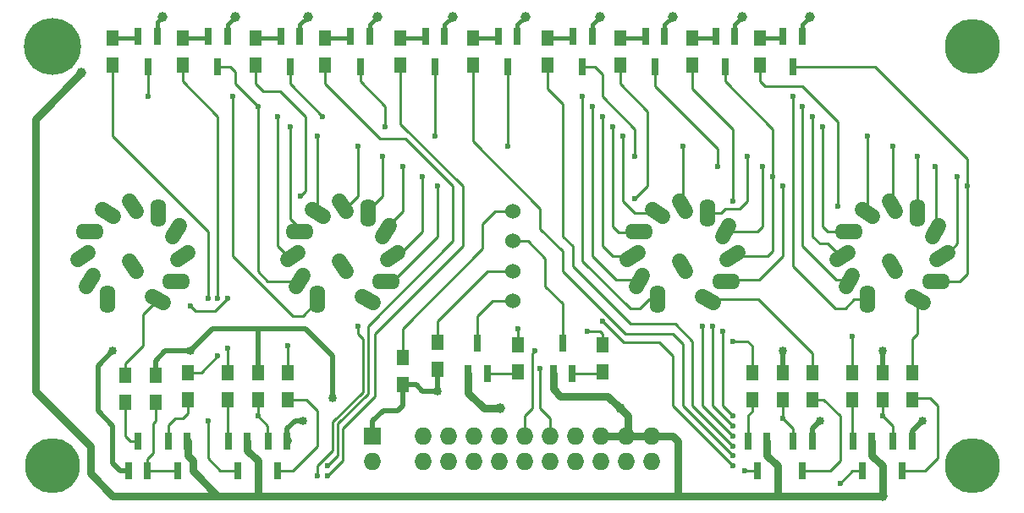
<source format=gbr>
G04 #@! TF.FileFunction,Copper,L1,Top,Signal*
%FSLAX46Y46*%
G04 Gerber Fmt 4.6, Leading zero omitted, Abs format (unit mm)*
G04 Created by KiCad (PCBNEW 4.0.2-stable) date 9/20/2016 8:44:40 PM*
%MOMM*%
G01*
G04 APERTURE LIST*
%ADD10C,0.100000*%
%ADD11C,1.550000*%
%ADD12O,1.550000X2.800000*%
%ADD13O,2.800000X1.550000*%
%ADD14C,5.500000*%
%ADD15C,5.700000*%
%ADD16R,1.300000X1.500000*%
%ADD17R,0.800100X1.800860*%
%ADD18C,1.524000*%
%ADD19R,1.727200X1.727200*%
%ADD20O,1.727200X1.727200*%
%ADD21C,0.600000*%
%ADD22C,1.000000*%
%ADD23C,0.850000*%
%ADD24C,0.250000*%
%ADD25C,0.750000*%
%ADD26C,0.400000*%
%ADD27C,0.500000*%
G04 APERTURE END LIST*
D10*
D11*
X145312500Y-88541266D02*
X144687500Y-87458734D01*
D12*
X142500000Y-91330127D03*
D11*
X146958734Y-91017627D02*
X148041266Y-91642627D01*
D13*
X149330127Y-89500000D03*
D11*
X149458734Y-87312500D02*
X150541266Y-86687500D01*
X149017627Y-85041266D02*
X149642627Y-83958734D01*
D12*
X147500000Y-82669873D03*
D11*
X145312500Y-82541266D02*
X144687500Y-81458734D01*
X143041266Y-82982373D02*
X141958734Y-82357373D01*
D13*
X140669873Y-84500000D03*
D11*
X140541266Y-86687500D02*
X139458734Y-87312500D01*
X140982373Y-88958734D02*
X140357373Y-90041266D01*
X90312500Y-88541266D02*
X89687500Y-87458734D01*
D12*
X87500000Y-91330127D03*
D11*
X91958734Y-91017627D02*
X93041266Y-91642627D01*
D13*
X94330127Y-89500000D03*
D11*
X94458734Y-87312500D02*
X95541266Y-86687500D01*
X94017627Y-85041266D02*
X94642627Y-83958734D01*
D12*
X92500000Y-82669873D03*
D11*
X90312500Y-82541266D02*
X89687500Y-81458734D01*
X88041266Y-82982373D02*
X86958734Y-82357373D01*
D13*
X85669873Y-84500000D03*
D11*
X85541266Y-86687500D02*
X84458734Y-87312500D01*
X85982373Y-88958734D02*
X85357373Y-90041266D01*
X166312500Y-88541266D02*
X165687500Y-87458734D01*
D12*
X163500000Y-91330127D03*
D11*
X167958734Y-91017627D02*
X169041266Y-91642627D01*
D13*
X170330127Y-89500000D03*
D11*
X170458734Y-87312500D02*
X171541266Y-86687500D01*
X170017627Y-85041266D02*
X170642627Y-83958734D01*
D12*
X168500000Y-82669873D03*
D11*
X166312500Y-82541266D02*
X165687500Y-81458734D01*
X164041266Y-82982373D02*
X162958734Y-82357373D01*
D13*
X161669873Y-84500000D03*
D11*
X161541266Y-86687500D02*
X160458734Y-87312500D01*
X161982373Y-88958734D02*
X161357373Y-90041266D01*
D14*
X82000000Y-108000000D03*
X174000000Y-108000000D03*
X174000000Y-66000000D03*
D15*
X82000000Y-66000000D03*
D16*
X146000000Y-65150000D03*
X146000000Y-67850000D03*
X109250000Y-65150000D03*
X109250000Y-67850000D03*
X138750000Y-65150000D03*
X138750000Y-67850000D03*
X102250000Y-65150000D03*
X102250000Y-67850000D03*
X131500000Y-65150000D03*
X131500000Y-67850000D03*
X95000000Y-65150000D03*
X95000000Y-67850000D03*
X124000000Y-65150000D03*
X124000000Y-67850000D03*
X88000000Y-65150000D03*
X88000000Y-67850000D03*
X116750000Y-65150000D03*
X116750000Y-67850000D03*
X152750000Y-65150000D03*
X152750000Y-67850000D03*
X137000000Y-98600000D03*
X137000000Y-95900000D03*
X128500000Y-98600000D03*
X128500000Y-95900000D03*
X120500000Y-95650000D03*
X120500000Y-98350000D03*
X117000000Y-97150000D03*
X117000000Y-99850000D03*
X105500000Y-101350000D03*
X105500000Y-98650000D03*
X168000000Y-101350000D03*
X168000000Y-98650000D03*
X102500000Y-101350000D03*
X102500000Y-98650000D03*
X165000000Y-101350000D03*
X165000000Y-98650000D03*
X99500000Y-98650000D03*
X99500000Y-101350000D03*
X162000000Y-98650000D03*
X162000000Y-101350000D03*
X158000000Y-101350000D03*
X158000000Y-98650000D03*
X89250000Y-101600000D03*
X89250000Y-98900000D03*
X155000000Y-101350000D03*
X155000000Y-98650000D03*
X92250000Y-101600000D03*
X92250000Y-98900000D03*
X152000000Y-98650000D03*
X152000000Y-101350000D03*
X95500000Y-98650000D03*
X95500000Y-101350000D03*
D17*
X150200000Y-64998860D03*
X148300000Y-64998860D03*
X149250000Y-68001140D03*
X113700000Y-64998860D03*
X111800000Y-64998860D03*
X112750000Y-68001140D03*
X143200000Y-64998860D03*
X141300000Y-64998860D03*
X142250000Y-68001140D03*
X106700000Y-64998860D03*
X104800000Y-64998860D03*
X105750000Y-68001140D03*
X135950000Y-64998860D03*
X134050000Y-64998860D03*
X135000000Y-68001140D03*
X99450000Y-64998860D03*
X97550000Y-64998860D03*
X98500000Y-68001140D03*
X128450000Y-64998860D03*
X126550000Y-64998860D03*
X127500000Y-68001140D03*
X92450000Y-64998860D03*
X90550000Y-64998860D03*
X91500000Y-68001140D03*
X121200000Y-64998860D03*
X119300000Y-64998860D03*
X120250000Y-68001140D03*
X132050000Y-98751140D03*
X133950000Y-98751140D03*
X133000000Y-95748860D03*
X123550000Y-98751140D03*
X125450000Y-98751140D03*
X124500000Y-95748860D03*
X105450000Y-105498860D03*
X103550000Y-105498860D03*
X104500000Y-108501140D03*
X167950000Y-105498860D03*
X166050000Y-105498860D03*
X167000000Y-108501140D03*
X101450000Y-105498860D03*
X99550000Y-105498860D03*
X100500000Y-108501140D03*
X163950000Y-105498860D03*
X162050000Y-105498860D03*
X163000000Y-108501140D03*
X157950000Y-105498860D03*
X156050000Y-105498860D03*
X157000000Y-108501140D03*
X89550000Y-108501140D03*
X91450000Y-108501140D03*
X90500000Y-105498860D03*
X153450000Y-105498860D03*
X151550000Y-105498860D03*
X152500000Y-108501140D03*
X95450000Y-105498860D03*
X93550000Y-105498860D03*
X94500000Y-108501140D03*
D18*
X128000000Y-88500000D03*
X128000000Y-91500000D03*
X128000000Y-82500000D03*
X128000000Y-85500000D03*
D17*
X156950000Y-64998860D03*
X155050000Y-64998860D03*
X156000000Y-68001140D03*
D11*
X111312500Y-88541266D02*
X110687500Y-87458734D01*
D12*
X108500000Y-91330127D03*
D11*
X112958734Y-91017627D02*
X114041266Y-91642627D01*
D13*
X115330127Y-89500000D03*
D11*
X115458734Y-87312500D02*
X116541266Y-86687500D01*
X115017627Y-85041266D02*
X115642627Y-83958734D01*
D12*
X113500000Y-82669873D03*
D11*
X111312500Y-82541266D02*
X110687500Y-81458734D01*
X109041266Y-82982373D02*
X107958734Y-82357373D01*
D13*
X106669873Y-84500000D03*
D11*
X106541266Y-86687500D02*
X105458734Y-87312500D01*
X106982373Y-88958734D02*
X106357373Y-90041266D01*
D19*
X114000000Y-105000000D03*
D20*
X114000000Y-107540000D03*
X119080000Y-105000000D03*
X119080000Y-107540000D03*
X121620000Y-105000000D03*
X121620000Y-107540000D03*
X124160000Y-105000000D03*
X124160000Y-107540000D03*
X126700000Y-105000000D03*
X126700000Y-107540000D03*
X129240000Y-105000000D03*
X129240000Y-107540000D03*
X131780000Y-105000000D03*
X131780000Y-107540000D03*
X134320000Y-105000000D03*
X134320000Y-107540000D03*
X136860000Y-105000000D03*
X136860000Y-107540000D03*
X139400000Y-105000000D03*
X139400000Y-107540000D03*
X141940000Y-105000000D03*
X141940000Y-107540000D03*
D21*
X120500000Y-80000000D03*
X155000000Y-80000000D03*
X173500000Y-80000000D03*
X119000000Y-79000000D03*
X154000000Y-79000000D03*
X172500000Y-79000000D03*
X117000000Y-78000000D03*
X148500000Y-78000000D03*
X153000000Y-78000000D03*
X170250000Y-78000000D03*
X115000000Y-77000000D03*
X140250000Y-77000000D03*
X151500000Y-77000000D03*
X168500000Y-77000000D03*
X112500000Y-76000000D03*
X127500000Y-76000000D03*
X145000000Y-76000000D03*
X166000000Y-76000000D03*
X108500000Y-75000000D03*
X120250000Y-75000000D03*
X139000000Y-75000000D03*
X163500000Y-75000000D03*
X105750000Y-74000000D03*
X115250000Y-74000000D03*
X138000000Y-74000000D03*
X159000000Y-74000000D03*
X104500000Y-73000000D03*
X109000000Y-73000000D03*
X137000000Y-73000000D03*
X158000000Y-73000000D03*
X102500000Y-72000000D03*
X136000000Y-72000000D03*
X157000000Y-72000000D03*
X91500000Y-71000000D03*
X100000000Y-71000000D03*
X135000000Y-71000000D03*
X156000000Y-71000000D03*
X160500000Y-82000000D03*
X150000000Y-103000000D03*
X149000000Y-94500000D03*
X97500000Y-91250000D03*
X98500000Y-91250000D03*
X99500000Y-91250000D03*
X95750000Y-92000000D03*
X106750000Y-81000000D03*
X98500000Y-97000000D03*
X109500000Y-108000000D03*
X99500000Y-96250000D03*
X109500000Y-109000000D03*
X130250000Y-96500000D03*
X150000000Y-95500000D03*
X150000000Y-107000000D03*
X130750000Y-98250000D03*
X162000000Y-95000000D03*
X150000000Y-106000000D03*
X150000000Y-105000000D03*
X147000000Y-94000000D03*
X140250000Y-81250000D03*
D22*
X138750000Y-102250000D03*
X126750000Y-102250000D03*
X84875000Y-68625000D03*
X165000000Y-111000000D03*
X93000000Y-63000000D03*
X114500000Y-63000000D03*
X122000000Y-63000000D03*
X129250000Y-63000000D03*
X136750000Y-63000000D03*
X144000000Y-63000000D03*
X151000000Y-63000000D03*
X157750000Y-63000000D03*
X100250000Y-63000000D03*
X107500000Y-63000000D03*
D21*
X150000000Y-104000000D03*
X150000000Y-81500000D03*
X148000000Y-94000000D03*
X150000000Y-108000000D03*
X137000000Y-93500000D03*
X128500000Y-94250000D03*
X135500000Y-94500000D03*
X112500000Y-94000000D03*
X108500000Y-109000000D03*
X151250000Y-108500000D03*
X155000000Y-103250000D03*
X160750000Y-109750000D03*
X165000000Y-103000000D03*
X102500000Y-103000000D03*
X97500000Y-103500000D03*
D23*
X110000000Y-101250000D03*
X88000000Y-96500000D03*
X95750000Y-96500000D03*
X120500000Y-100500000D03*
X158750000Y-103500000D03*
X169000000Y-103500000D03*
X165000000Y-96500000D03*
X155000000Y-96500000D03*
X107000000Y-103500000D03*
D21*
X105500000Y-96000000D03*
D24*
X117000000Y-97150000D02*
X117000000Y-94250000D01*
X126250000Y-82500000D02*
X128000000Y-82500000D01*
X125000000Y-83750000D02*
X126250000Y-82500000D01*
X125000000Y-86250000D02*
X125000000Y-83750000D01*
X117000000Y-94250000D02*
X125000000Y-86250000D01*
X128000000Y-85500000D02*
X129500000Y-85500000D01*
X133000000Y-91750000D02*
X131250000Y-90000000D01*
X131250000Y-90000000D02*
X131250000Y-88750000D01*
X133000000Y-91750000D02*
X133000000Y-95748860D01*
X131250000Y-87250000D02*
X131250000Y-88750000D01*
X129500000Y-85500000D02*
X131250000Y-87250000D01*
X120500000Y-95650000D02*
X120500000Y-93500000D01*
X125500000Y-88500000D02*
X128000000Y-88500000D01*
X120500000Y-93500000D02*
X125500000Y-88500000D01*
X124500000Y-95748860D02*
X124500000Y-93000000D01*
X126000000Y-91500000D02*
X128000000Y-91500000D01*
X124500000Y-93000000D02*
X126000000Y-91500000D01*
X120500000Y-85000000D02*
X120500000Y-80000000D01*
X156000000Y-68001140D02*
X164251140Y-68001140D01*
X173500000Y-77250000D02*
X173500000Y-80000000D01*
X164251140Y-68001140D02*
X173500000Y-77250000D01*
X170330127Y-89500000D02*
X172750000Y-89500000D01*
X173500000Y-88750000D02*
X173500000Y-80000000D01*
X172750000Y-89500000D02*
X173500000Y-88750000D01*
X115330127Y-89500000D02*
X116000000Y-89500000D01*
X116000000Y-89500000D02*
X120500000Y-85000000D01*
X155000000Y-80000000D02*
X155000000Y-87000000D01*
X152625000Y-89375000D02*
X155000000Y-87000000D01*
X152625000Y-89375000D02*
X149113621Y-89375000D01*
X119000000Y-84500000D02*
X119000000Y-79000000D01*
X119000000Y-84500000D02*
X116500000Y-87000000D01*
X149250000Y-68001140D02*
X149250000Y-69500000D01*
X154000000Y-74250000D02*
X154000000Y-79000000D01*
X149250000Y-69500000D02*
X154000000Y-74250000D01*
X154000000Y-79000000D02*
X154000000Y-86500000D01*
X153500000Y-87000000D02*
X154000000Y-86500000D01*
X153500000Y-87000000D02*
X149750000Y-87000000D01*
X172500000Y-79000000D02*
X172500000Y-85750000D01*
X171000000Y-87000000D02*
X171250000Y-87000000D01*
X171250000Y-87000000D02*
X172500000Y-85750000D01*
X116000000Y-87000000D02*
X116500000Y-87000000D01*
X115750000Y-87000000D02*
X115750000Y-86750000D01*
X117000000Y-78000000D02*
X117000000Y-82500000D01*
X117000000Y-82500000D02*
X115330127Y-84169873D01*
X142250000Y-68001140D02*
X142250000Y-70000000D01*
X148500000Y-76250000D02*
X148500000Y-78000000D01*
X142250000Y-70000000D02*
X148500000Y-76250000D01*
X153000000Y-78000000D02*
X153000000Y-84000000D01*
X152500000Y-84500000D02*
X153000000Y-84000000D01*
X152500000Y-84500000D02*
X149330127Y-84500000D01*
X170330127Y-78080127D02*
X170330127Y-84500000D01*
X170250000Y-78000000D02*
X170330127Y-78080127D01*
X115330127Y-84500000D02*
X115330127Y-84169873D01*
X115000000Y-77000000D02*
X115000000Y-81000000D01*
X115000000Y-81000000D02*
X113375000Y-82625000D01*
X137000000Y-71000000D02*
X140250000Y-74250000D01*
X136251140Y-68001140D02*
X137000000Y-68750000D01*
X137000000Y-68750000D02*
X137000000Y-71000000D01*
X135000000Y-68001140D02*
X136251140Y-68001140D01*
X140250000Y-74250000D02*
X140250000Y-77000000D01*
X151500000Y-77000000D02*
X151500000Y-81500000D01*
X148830127Y-82669873D02*
X149250000Y-82250000D01*
X149250000Y-82250000D02*
X150750000Y-82250000D01*
X150750000Y-82250000D02*
X151500000Y-81500000D01*
X148830127Y-82669873D02*
X147500000Y-82669873D01*
X168500000Y-77000000D02*
X168500000Y-82669873D01*
X113375000Y-82886379D02*
X113375000Y-82625000D01*
X112500000Y-76000000D02*
X112500000Y-81000000D01*
X112500000Y-81000000D02*
X111250000Y-82250000D01*
X127500000Y-68001140D02*
X127500000Y-76000000D01*
X145000000Y-76000000D02*
X145000000Y-82250000D01*
X166000000Y-76000000D02*
X166000000Y-82000000D01*
X111000000Y-82250000D02*
X111250000Y-82250000D01*
X108500000Y-75000000D02*
X108500000Y-83000000D01*
X120250000Y-68001140D02*
X120250000Y-75000000D01*
X139000000Y-75000000D02*
X139000000Y-81500000D01*
X140169873Y-82669873D02*
X139000000Y-81500000D01*
X140169873Y-82669873D02*
X142500000Y-82669873D01*
X163500000Y-75000000D02*
X163500000Y-82669873D01*
X108625000Y-82886379D02*
X108386379Y-82886379D01*
X108386379Y-82886379D02*
X108500000Y-83000000D01*
X106669873Y-84500000D02*
X106669873Y-84169873D01*
X106669873Y-84169873D02*
X105750000Y-83250000D01*
X105750000Y-83250000D02*
X105750000Y-74000000D01*
X112750000Y-68001140D02*
X112750000Y-69500000D01*
X115250000Y-72000000D02*
X115250000Y-74000000D01*
X112750000Y-69500000D02*
X115250000Y-72000000D01*
X138000000Y-74000000D02*
X138000000Y-84000000D01*
X138625000Y-84625000D02*
X138000000Y-84000000D01*
X138625000Y-84625000D02*
X140886379Y-84625000D01*
X159000000Y-84000000D02*
X159000000Y-74000000D01*
X161669873Y-84500000D02*
X159500000Y-84500000D01*
X159500000Y-84500000D02*
X159000000Y-84000000D01*
X106625000Y-84625000D02*
X106500000Y-84500000D01*
X104500000Y-86000000D02*
X104500000Y-73000000D01*
X104500000Y-86000000D02*
X105500000Y-87000000D01*
X105750000Y-68001140D02*
X105750000Y-69750000D01*
X105750000Y-69750000D02*
X109000000Y-73000000D01*
X137000000Y-73000000D02*
X137000000Y-86000000D01*
X138000000Y-87000000D02*
X137000000Y-86000000D01*
X138000000Y-87000000D02*
X140250000Y-87000000D01*
X158000000Y-85000000D02*
X158000000Y-73000000D01*
X159500000Y-85750000D02*
X160750000Y-87000000D01*
X159500000Y-85750000D02*
X158750000Y-85750000D01*
X158750000Y-85750000D02*
X158000000Y-85000000D01*
X161000000Y-87000000D02*
X160750000Y-87000000D01*
X106000000Y-87000000D02*
X105500000Y-87000000D01*
X106250000Y-87000000D02*
X106250000Y-86750000D01*
X98500000Y-68001140D02*
X99751140Y-68001140D01*
X100250000Y-69750000D02*
X102500000Y-72000000D01*
X100250000Y-68500000D02*
X100250000Y-69750000D01*
X99751140Y-68001140D02*
X100250000Y-68500000D01*
X103500000Y-89500000D02*
X106669873Y-89500000D01*
X102500000Y-88500000D02*
X102500000Y-72000000D01*
X103500000Y-89500000D02*
X102500000Y-88500000D01*
X136000000Y-72000000D02*
X136000000Y-87000000D01*
X138375000Y-89375000D02*
X136000000Y-87000000D01*
X138375000Y-89375000D02*
X140886379Y-89375000D01*
X157000000Y-72000000D02*
X157000000Y-86000000D01*
X160375000Y-89375000D02*
X157000000Y-86000000D01*
X161886379Y-89375000D02*
X160375000Y-89375000D01*
X91500000Y-68001140D02*
X91500000Y-71000000D01*
X100000000Y-71000000D02*
X100000000Y-87000000D01*
X100000000Y-87000000D02*
X106000000Y-93000000D01*
X107000000Y-93000000D02*
X106000000Y-93000000D01*
X107000000Y-93000000D02*
X108500000Y-91500000D01*
X135000000Y-71000000D02*
X135000000Y-87500000D01*
X135000000Y-87500000D02*
X139750000Y-92250000D01*
X163500000Y-91330127D02*
X162169873Y-91330127D01*
X156000000Y-88000000D02*
X156000000Y-71000000D01*
X160250000Y-92250000D02*
X156000000Y-88000000D01*
X161250000Y-92250000D02*
X160250000Y-92250000D01*
X162169873Y-91330127D02*
X161250000Y-92250000D01*
X142500000Y-91330127D02*
X141669873Y-91330127D01*
X141669873Y-91330127D02*
X140750000Y-92250000D01*
X140750000Y-92250000D02*
X139750000Y-92250000D01*
X108500000Y-91330127D02*
X108500000Y-91500000D01*
X160500000Y-73500000D02*
X157000000Y-70000000D01*
X160500000Y-73500000D02*
X160500000Y-82000000D01*
X152750000Y-69500000D02*
X152750000Y-67850000D01*
X153250000Y-70000000D02*
X152750000Y-69500000D01*
X157000000Y-70000000D02*
X153250000Y-70000000D01*
X149000000Y-102000000D02*
X150000000Y-103000000D01*
X149000000Y-102000000D02*
X149000000Y-94500000D01*
X88000000Y-75000000D02*
X97500000Y-84500000D01*
X97500000Y-84500000D02*
X97500000Y-91250000D01*
X88000000Y-67850000D02*
X88000000Y-75000000D01*
X98500000Y-73000000D02*
X98500000Y-91250000D01*
X95000000Y-69500000D02*
X98500000Y-73000000D01*
X95000000Y-69500000D02*
X95000000Y-67850000D01*
X95750000Y-92000000D02*
X96250000Y-92500000D01*
X98250000Y-92500000D02*
X99500000Y-91250000D01*
X96250000Y-92500000D02*
X98250000Y-92500000D01*
X107250000Y-80500000D02*
X107250000Y-73000000D01*
X106750000Y-81000000D02*
X107250000Y-80500000D01*
X102250000Y-69750000D02*
X102250000Y-67850000D01*
X107250000Y-73000000D02*
X104750000Y-70500000D01*
X104750000Y-70500000D02*
X103000000Y-70500000D01*
X103000000Y-70500000D02*
X102250000Y-69750000D01*
X96850000Y-98650000D02*
X98500000Y-97000000D01*
X95500000Y-98650000D02*
X96850000Y-98650000D01*
X113500000Y-100750000D02*
X113500000Y-94000000D01*
X114750000Y-75250000D02*
X117250000Y-75250000D01*
X113500000Y-94000000D02*
X122000000Y-85500000D01*
X117250000Y-75250000D02*
X122000000Y-80000000D01*
X122000000Y-80000000D02*
X122000000Y-85500000D01*
X110500000Y-107000000D02*
X110500000Y-103750000D01*
X110500000Y-103750000D02*
X113500000Y-100750000D01*
X109500000Y-108000000D02*
X110500000Y-107000000D01*
X114750000Y-75250000D02*
X109250000Y-69750000D01*
X109250000Y-69750000D02*
X109250000Y-67850000D01*
X99500000Y-98650000D02*
X99500000Y-96250000D01*
X99650000Y-98500000D02*
X99500000Y-98650000D01*
X116750000Y-67850000D02*
X116750000Y-73750000D01*
X111000000Y-107500000D02*
X111000000Y-104250000D01*
X109500000Y-109000000D02*
X111000000Y-107500000D01*
X114250000Y-101000000D02*
X114250000Y-94750000D01*
X111000000Y-104250000D02*
X114250000Y-101000000D01*
X116750000Y-73750000D02*
X123000000Y-80000000D01*
X114250000Y-94750000D02*
X123000000Y-86000000D01*
X123000000Y-80000000D02*
X123000000Y-86000000D01*
X150000000Y-95500000D02*
X151500000Y-95500000D01*
X152000000Y-96000000D02*
X152000000Y-98650000D01*
X151500000Y-95500000D02*
X152000000Y-96000000D01*
X129240000Y-103010000D02*
X129240000Y-105000000D01*
X130000000Y-102250000D02*
X129240000Y-103010000D01*
X130000000Y-96750000D02*
X130000000Y-102250000D01*
X130250000Y-96500000D02*
X130000000Y-96750000D01*
X124000000Y-67850000D02*
X124000000Y-75500000D01*
X130750000Y-82250000D02*
X130750000Y-84250000D01*
X124000000Y-75500000D02*
X130750000Y-82250000D01*
X133000000Y-88500000D02*
X139250000Y-94750000D01*
X145000000Y-102000000D02*
X150000000Y-107000000D01*
X145000000Y-95750000D02*
X145000000Y-102000000D01*
X144000000Y-94750000D02*
X145000000Y-95750000D01*
X139250000Y-94750000D02*
X144000000Y-94750000D01*
X133000000Y-86500000D02*
X133000000Y-88500000D01*
X130750000Y-84250000D02*
X133000000Y-86500000D01*
X130750000Y-102250000D02*
X130750000Y-98250000D01*
X130750000Y-102250000D02*
X131780000Y-103280000D01*
X131780000Y-105000000D02*
X131780000Y-103280000D01*
X162000000Y-95000000D02*
X162000000Y-98650000D01*
X133000000Y-85000000D02*
X133000000Y-71750000D01*
X146000000Y-102000000D02*
X150000000Y-106000000D01*
X146000000Y-95500000D02*
X146000000Y-102000000D01*
X134000000Y-88000000D02*
X139750000Y-93750000D01*
X139750000Y-93750000D02*
X144250000Y-93750000D01*
X144250000Y-93750000D02*
X146000000Y-95500000D01*
X133000000Y-85000000D02*
X134000000Y-86000000D01*
X134000000Y-86000000D02*
X134000000Y-88000000D01*
X131500000Y-70250000D02*
X131500000Y-67850000D01*
X133000000Y-71750000D02*
X131500000Y-70250000D01*
X140250000Y-81250000D02*
X141500000Y-80000000D01*
X138750000Y-69750000D02*
X141500000Y-72500000D01*
X147000000Y-102000000D02*
X150000000Y-105000000D01*
X147000000Y-94000000D02*
X147000000Y-102000000D01*
X138750000Y-69750000D02*
X138750000Y-67850000D01*
X141500000Y-80000000D02*
X141500000Y-72500000D01*
D25*
X132050000Y-98751140D02*
X132050000Y-100300000D01*
X132750000Y-101000000D02*
X137500000Y-101000000D01*
X137500000Y-101000000D02*
X138750000Y-102250000D01*
X132050000Y-100300000D02*
X132750000Y-101000000D01*
X123550000Y-98751140D02*
X123550000Y-100700000D01*
X126750000Y-102250000D02*
X125100000Y-102250000D01*
X125100000Y-102250000D02*
X123550000Y-100700000D01*
X84875000Y-68625000D02*
X80250000Y-73250000D01*
X80250000Y-73250000D02*
X80250000Y-100500000D01*
X98750000Y-111000000D02*
X88000000Y-111000000D01*
X88000000Y-111000000D02*
X85750000Y-108750000D01*
X85750000Y-108750000D02*
X85750000Y-106000000D01*
X85750000Y-106000000D02*
X80250000Y-100500000D01*
X165000000Y-111000000D02*
X165000000Y-108000000D01*
X163950000Y-106950000D02*
X163950000Y-105498860D01*
X163950000Y-106950000D02*
X165000000Y-108000000D01*
X165000000Y-111000000D02*
X154500000Y-111000000D01*
D26*
X92450000Y-63550000D02*
X93000000Y-63000000D01*
X92450000Y-63550000D02*
X92450000Y-64998860D01*
X113700000Y-63800000D02*
X114500000Y-63000000D01*
X113700000Y-63800000D02*
X113700000Y-64998860D01*
X121200000Y-63800000D02*
X122000000Y-63000000D01*
X121200000Y-63800000D02*
X121200000Y-64998860D01*
X128450000Y-63800000D02*
X129250000Y-63000000D01*
X128450000Y-63800000D02*
X128450000Y-64998860D01*
X135950000Y-63800000D02*
X136750000Y-63000000D01*
X135950000Y-63800000D02*
X135950000Y-64998860D01*
X143200000Y-63800000D02*
X144000000Y-63000000D01*
X143200000Y-63800000D02*
X143200000Y-64998860D01*
X150200000Y-63800000D02*
X151000000Y-63000000D01*
X150200000Y-63800000D02*
X150200000Y-64998860D01*
X156950000Y-63800000D02*
X157750000Y-63000000D01*
X156950000Y-64998860D02*
X156950000Y-63800000D01*
X99450000Y-64998860D02*
X99450000Y-63800000D01*
X99450000Y-63800000D02*
X100250000Y-63000000D01*
X106700000Y-64998860D02*
X106700000Y-63800000D01*
X106700000Y-63800000D02*
X107500000Y-63000000D01*
X92450000Y-64998860D02*
X92450000Y-64550000D01*
D25*
X96000000Y-107500000D02*
X96000000Y-108500000D01*
X96000000Y-107500000D02*
X95500000Y-107000000D01*
X95500000Y-105548860D02*
X95500000Y-107000000D01*
X98500000Y-111000000D02*
X98750000Y-111000000D01*
X98750000Y-111000000D02*
X102500000Y-111000000D01*
X96000000Y-108500000D02*
X98500000Y-111000000D01*
X102500000Y-111000000D02*
X102500000Y-107500000D01*
X101450000Y-106450000D02*
X102500000Y-107500000D01*
X101450000Y-106450000D02*
X101450000Y-105498860D01*
X154500000Y-111000000D02*
X154500000Y-108000000D01*
X153450000Y-106950000D02*
X154500000Y-108000000D01*
X153450000Y-106950000D02*
X153450000Y-105498860D01*
X139400000Y-105000000D02*
X136860000Y-105000000D01*
X141940000Y-105000000D02*
X139400000Y-105000000D01*
X141940000Y-105000000D02*
X144000000Y-105000000D01*
X144000000Y-105000000D02*
X144500000Y-105500000D01*
X144500000Y-105500000D02*
X144500000Y-111000000D01*
X139500000Y-104900000D02*
X139400000Y-105000000D01*
X95500000Y-105548860D02*
X95450000Y-105498860D01*
X136860000Y-105000000D02*
X136860000Y-104860000D01*
X154500000Y-111000000D02*
X144500000Y-111000000D01*
X102500000Y-111000000D02*
X144500000Y-111000000D01*
X138750000Y-102250000D02*
X139500000Y-103000000D01*
X139500000Y-103000000D02*
X139500000Y-104900000D01*
D24*
X150000000Y-81500000D02*
X150000000Y-74250000D01*
X148000000Y-102000000D02*
X150000000Y-104000000D01*
X148000000Y-94000000D02*
X148000000Y-102000000D01*
X146000000Y-70250000D02*
X146000000Y-67850000D01*
X150000000Y-74250000D02*
X146000000Y-70250000D01*
X137750000Y-94250000D02*
X137000000Y-93500000D01*
X142650000Y-95650000D02*
X139150000Y-95650000D01*
X144000000Y-97000000D02*
X142650000Y-95650000D01*
X144000000Y-102000000D02*
X144000000Y-97000000D01*
X150000000Y-108000000D02*
X144000000Y-102000000D01*
X139150000Y-95650000D02*
X137750000Y-94250000D01*
X128500000Y-94250000D02*
X128500000Y-95900000D01*
X137000000Y-95900000D02*
X137000000Y-94750000D01*
X136750000Y-94500000D02*
X135500000Y-94500000D01*
X137000000Y-94750000D02*
X136750000Y-94500000D01*
X110000000Y-103613602D02*
X113000000Y-100613602D01*
X113000000Y-100613602D02*
X113000000Y-95250000D01*
X113000000Y-95250000D02*
X112500000Y-94750000D01*
X112500000Y-94750000D02*
X112500000Y-94000000D01*
X108500000Y-108000000D02*
X108500000Y-109000000D01*
X110000000Y-106500000D02*
X108500000Y-108000000D01*
X110000000Y-106500000D02*
X110000000Y-103613602D01*
X93550000Y-105498860D02*
X93550000Y-103950000D01*
X95500000Y-102750000D02*
X95500000Y-101350000D01*
X95000000Y-103250000D02*
X95500000Y-102750000D01*
X94250000Y-103250000D02*
X95000000Y-103250000D01*
X93550000Y-103950000D02*
X94250000Y-103250000D01*
X91450000Y-108501140D02*
X91450000Y-107300000D01*
X92250000Y-103500000D02*
X92250000Y-101600000D01*
X92000000Y-103750000D02*
X92250000Y-103500000D01*
X92000000Y-106750000D02*
X92000000Y-103750000D01*
X91450000Y-107300000D02*
X92000000Y-106750000D01*
X91450000Y-108501140D02*
X94500000Y-108501140D01*
X152000000Y-101350000D02*
X152000000Y-102500000D01*
X151550000Y-102950000D02*
X151550000Y-105498860D01*
X152000000Y-102500000D02*
X151550000Y-102950000D01*
X155000000Y-103250000D02*
X156000000Y-104250000D01*
X156000000Y-104250000D02*
X156000000Y-105448860D01*
X156000000Y-105448860D02*
X156050000Y-105498860D01*
X152500000Y-108501140D02*
X151251140Y-108501140D01*
X151251140Y-108501140D02*
X151250000Y-108500000D01*
X155000000Y-101350000D02*
X155000000Y-103250000D01*
X162000000Y-101350000D02*
X162000000Y-105448860D01*
X162000000Y-105448860D02*
X162050000Y-105498860D01*
X165000000Y-103000000D02*
X166000000Y-104000000D01*
X166000000Y-104000000D02*
X166000000Y-105448860D01*
X166000000Y-105448860D02*
X166050000Y-105498860D01*
X165000000Y-101350000D02*
X165000000Y-103000000D01*
X161998860Y-108501140D02*
X163000000Y-108501140D01*
X160750000Y-109750000D02*
X161998860Y-108501140D01*
X166000000Y-105548860D02*
X166050000Y-105498860D01*
X99500000Y-101350000D02*
X99500000Y-105448860D01*
X99500000Y-105448860D02*
X99550000Y-105498860D01*
X100500000Y-108501140D02*
X98751140Y-108501140D01*
X97500000Y-107250000D02*
X97500000Y-103500000D01*
X98751140Y-108501140D02*
X97500000Y-107250000D01*
X102500000Y-101350000D02*
X102500000Y-103000000D01*
X103500000Y-104000000D02*
X103500000Y-105448860D01*
X102500000Y-103000000D02*
X103500000Y-104000000D01*
X103500000Y-105448860D02*
X103550000Y-105498860D01*
X125450000Y-98751140D02*
X128348860Y-98751140D01*
X128348860Y-98751140D02*
X128500000Y-98600000D01*
X133950000Y-98751140D02*
X136848860Y-98751140D01*
X136848860Y-98751140D02*
X137000000Y-98600000D01*
D26*
X152750000Y-65150000D02*
X154898860Y-65150000D01*
X154898860Y-65150000D02*
X155050000Y-64998860D01*
X116750000Y-65150000D02*
X119148860Y-65150000D01*
X119148860Y-65150000D02*
X119300000Y-64998860D01*
X88000000Y-65150000D02*
X90398860Y-65150000D01*
X90398860Y-65150000D02*
X90550000Y-64998860D01*
X124000000Y-65150000D02*
X126398860Y-65150000D01*
X126398860Y-65150000D02*
X126550000Y-64998860D01*
X95000000Y-65150000D02*
X97398860Y-65150000D01*
X97398860Y-65150000D02*
X97550000Y-64998860D01*
X131500000Y-65150000D02*
X133898860Y-65150000D01*
X133898860Y-65150000D02*
X134050000Y-64998860D01*
X102250000Y-65150000D02*
X104648860Y-65150000D01*
X104648860Y-65150000D02*
X104800000Y-64998860D01*
X138750000Y-65150000D02*
X141148860Y-65150000D01*
X141148860Y-65150000D02*
X141300000Y-64998860D01*
X109250000Y-65150000D02*
X111648860Y-65150000D01*
X111648860Y-65150000D02*
X111800000Y-64998860D01*
X146000000Y-65150000D02*
X148148860Y-65150000D01*
X148148860Y-65150000D02*
X148300000Y-64998860D01*
D27*
X110000000Y-97000000D02*
X107250000Y-94250000D01*
X110000000Y-101250000D02*
X110000000Y-97000000D01*
X114000000Y-105000000D02*
X114000000Y-103500000D01*
X117000000Y-102000000D02*
X116540000Y-102460000D01*
X117000000Y-102000000D02*
X117000000Y-99850000D01*
X115040000Y-102460000D02*
X116540000Y-102460000D01*
X114000000Y-103500000D02*
X115040000Y-102460000D01*
X89550000Y-108501140D02*
X88751140Y-108501140D01*
X88000000Y-104000000D02*
X86500000Y-102500000D01*
X88000000Y-107750000D02*
X88000000Y-104000000D01*
X88751140Y-108501140D02*
X88000000Y-107750000D01*
X86500000Y-102500000D02*
X86500000Y-98000000D01*
X86500000Y-98000000D02*
X88000000Y-96500000D01*
X117000000Y-99850000D02*
X118350000Y-99850000D01*
X119000000Y-100500000D02*
X120500000Y-100500000D01*
X118350000Y-99850000D02*
X119000000Y-100500000D01*
X120500000Y-98350000D02*
X120500000Y-100500000D01*
X157950000Y-105498860D02*
X157950000Y-104300000D01*
X157950000Y-104300000D02*
X158750000Y-103500000D01*
X167950000Y-105498860D02*
X167950000Y-104550000D01*
X167950000Y-104550000D02*
X169000000Y-103500000D01*
X155000000Y-98650000D02*
X155000000Y-96500000D01*
X165000000Y-96500000D02*
X165000000Y-98650000D01*
X92250000Y-98900000D02*
X92250000Y-97500000D01*
X93250000Y-96500000D02*
X95750000Y-96500000D01*
X92250000Y-97500000D02*
X93250000Y-96500000D01*
X98000000Y-94250000D02*
X95750000Y-96500000D01*
X102500000Y-94250000D02*
X98000000Y-94250000D01*
X102500000Y-94250000D02*
X107250000Y-94250000D01*
X102500000Y-98650000D02*
X102500000Y-94250000D01*
X105450000Y-104300000D02*
X105450000Y-105498860D01*
X106250000Y-103500000D02*
X105450000Y-104300000D01*
X107000000Y-103500000D02*
X106250000Y-103500000D01*
D25*
X105500000Y-105448860D02*
X105450000Y-105498860D01*
D24*
X89250000Y-98900000D02*
X89250000Y-97750000D01*
X91000000Y-96000000D02*
X91000000Y-92830127D01*
X89250000Y-97750000D02*
X91000000Y-96000000D01*
X91000000Y-92830127D02*
X92500000Y-91330127D01*
X147500000Y-91330127D02*
X152580127Y-91330127D01*
X158000000Y-96750000D02*
X158000000Y-98650000D01*
X152580127Y-91330127D02*
X158000000Y-96750000D01*
X147375000Y-91113621D02*
X147375000Y-91375000D01*
X105500000Y-98650000D02*
X105500000Y-96000000D01*
X168500000Y-91330127D02*
X168500000Y-94750000D01*
X168000000Y-95250000D02*
X168000000Y-98650000D01*
X168500000Y-94750000D02*
X168000000Y-95250000D01*
X168613621Y-91113621D02*
X168375000Y-91113621D01*
X90500000Y-105498860D02*
X89748860Y-105498860D01*
X89250000Y-105000000D02*
X89250000Y-101600000D01*
X89748860Y-105498860D02*
X89250000Y-105000000D01*
X158000000Y-101350000D02*
X159100000Y-101350000D01*
X159748860Y-108501140D02*
X157000000Y-108501140D01*
X160750000Y-107500000D02*
X159748860Y-108501140D01*
X160750000Y-103000000D02*
X160750000Y-107500000D01*
X159100000Y-101350000D02*
X160750000Y-103000000D01*
X170500000Y-102000000D02*
X170500000Y-107250000D01*
X169248860Y-108501140D02*
X170500000Y-107250000D01*
X170500000Y-102000000D02*
X169750000Y-101250000D01*
X168100000Y-101250000D02*
X169750000Y-101250000D01*
X169248860Y-108501140D02*
X167000000Y-108501140D01*
X168100000Y-101250000D02*
X168000000Y-101350000D01*
X105998860Y-108501140D02*
X108500000Y-106000000D01*
X104500000Y-108501140D02*
X105998860Y-108501140D01*
X107350000Y-101350000D02*
X105500000Y-101350000D01*
X108500000Y-102500000D02*
X107350000Y-101350000D01*
X108500000Y-106000000D02*
X108500000Y-102500000D01*
X105650000Y-101500000D02*
X105500000Y-101350000D01*
M02*

</source>
